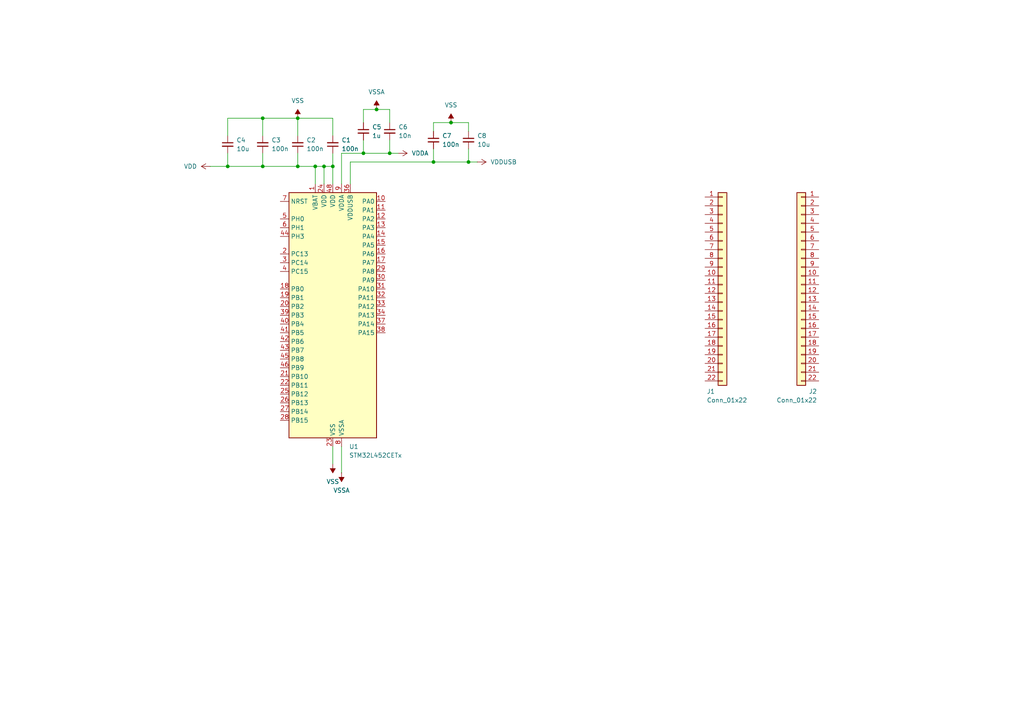
<source format=kicad_sch>
(kicad_sch (version 20231120) (generator "eeschema") (generator_version "8.0")
  (paper "A4")
  (lib_symbols
    (symbol "Connector_Generic:Conn_01x22" (pin_names (offset 1.016) hide)
      (property "Reference" "J" (at 0 27.94 0))
      (property "Value" "Conn_01x22" (at 0 -30.48 0))
      (symbol "Conn_01x22_1_1"
        (rectangle (start -1.27 -27.813) (end 0 -28.067) (stroke (width 0.1524)))
        (rectangle (start -1.27 -25.273) (end 0 -25.527) (stroke (width 0.1524)))
        (rectangle (start -1.27 -22.733) (end 0 -22.987) (stroke (width 0.1524)))
        (rectangle (start -1.27 -20.193) (end 0 -20.447) (stroke (width 0.1524)))
        (rectangle (start -1.27 -17.653) (end 0 -17.907) (stroke (width 0.1524)))
        (rectangle (start -1.27 -15.113) (end 0 -15.367) (stroke (width 0.1524)))
        (rectangle (start -1.27 -12.573) (end 0 -12.827) (stroke (width 0.1524)))
        (rectangle (start -1.27 -10.033) (end 0 -10.287) (stroke (width 0.1524)))
        (rectangle (start -1.27 -7.493) (end 0 -7.747) (stroke (width 0.1524)))
        (rectangle (start -1.27 -4.953) (end 0 -5.207) (stroke (width 0.1524)))
        (rectangle (start -1.27 -2.413) (end 0 -2.667) (stroke (width 0.1524)))
        (rectangle (start -1.27 0.127) (end 0 -0.127) (stroke (width 0.1524)))
        (rectangle (start -1.27 2.667) (end 0 2.413) (stroke (width 0.1524)))
        (rectangle (start -1.27 5.207) (end 0 4.953) (stroke (width 0.1524)))
        (rectangle (start -1.27 7.747) (end 0 7.493) (stroke (width 0.1524)))
        (rectangle (start -1.27 10.287) (end 0 10.033) (stroke (width 0.1524)))
        (rectangle (start -1.27 12.827) (end 0 12.573) (stroke (width 0.1524)))
        (rectangle (start -1.27 15.367) (end 0 15.113) (stroke (width 0.1524)))
        (rectangle (start -1.27 17.907) (end 0 17.653) (stroke (width 0.1524)))
        (rectangle (start -1.27 20.447) (end 0 20.193) (stroke (width 0.1524)))
        (rectangle (start -1.27 22.987) (end 0 22.733) (stroke (width 0.1524)))
        (rectangle (start -1.27 25.527) (end 0 25.273) (stroke (width 0.1524)))
        (rectangle (start -1.27 26.67) (end 1.27 -29.21) (stroke (width 0.254)) (fill (type background)))
        (pin passive line (at -5.08 25.4 0) (length 3.81) (name "Pin_1") (number "1"))
        (pin passive line (at -5.08 2.54 0) (length 3.81) (name "Pin_10") (number "10"))
        (pin passive line (at -5.08 0 0) (length 3.81) (name "Pin_11") (number "11"))
        (pin passive line (at -5.08 -2.54 0) (length 3.81) (name "Pin_12") (number "12"))
        (pin passive line (at -5.08 -5.08 0) (length 3.81) (name "Pin_13") (number "13"))
        (pin passive line (at -5.08 -7.62 0) (length 3.81) (name "Pin_14") (number "14"))
        (pin passive line (at -5.08 -10.16 0) (length 3.81) (name "Pin_15") (number "15"))
        (pin passive line (at -5.08 -12.7 0) (length 3.81) (name "Pin_16") (number "16"))
        (pin passive line (at -5.08 -15.24 0) (length 3.81) (name "Pin_17") (number "17"))
        (pin passive line (at -5.08 -17.78 0) (length 3.81) (name "Pin_18") (number "18"))
        (pin passive line (at -5.08 -20.32 0) (length 3.81) (name "Pin_19") (number "19"))
        (pin passive line (at -5.08 22.86 0) (length 3.81) (name "Pin_2") (number "2"))
        (pin passive line (at -5.08 -22.86 0) (length 3.81) (name "Pin_20") (number "20"))
        (pin passive line (at -5.08 -25.4 0) (length 3.81) (name "Pin_21") (number "21"))
        (pin passive line (at -5.08 -27.94 0) (length 3.81) (name "Pin_22") (number "22"))
        (pin passive line (at -5.08 20.32 0) (length 3.81) (name "Pin_3") (number "3"))
        (pin passive line (at -5.08 17.78 0) (length 3.81) (name "Pin_4") (number "4"))
        (pin passive line (at -5.08 15.24 0) (length 3.81) (name "Pin_5") (number "5"))
        (pin passive line (at -5.08 12.7 0) (length 3.81) (name "Pin_6") (number "6"))
        (pin passive line (at -5.08 10.16 0) (length 3.81) (name "Pin_7") (number "7"))
        (pin passive line (at -5.08 7.62 0) (length 3.81) (name "Pin_8") (number "8"))
        (pin passive line (at -5.08 5.08 0) (length 3.81) (name "Pin_9") (number "9"))
      )
    )
    (symbol "Device:C_Small" (pin_numbers hide) (pin_names (offset 0.254) hide)
      (property "Reference" "C" (at 0.254 1.778 0))
      (property "Value" "C_Small" (at 0.254 -2.032 0))
      (symbol "C_Small_0_1"
        (polyline (pts (xy -1.524 -0.508) (xy 1.524 -0.508)) (stroke (width 0.3302)))
        (polyline (pts (xy -1.524 0.508) (xy 1.524 0.508)) (stroke (width 0.3048)))
      )
      (symbol "C_Small_1_1"
        (pin passive line (at 0 2.54 270) (length 2.032) (name "~") (number "1"))
        (pin passive line (at 0 -2.54 90) (length 2.032) (name "~") (number "2"))
      )
    )
    (symbol "MCU_ST_STM32L4:STM32L452CETx"
      (property "Reference" "U" (at -12.7 36.83 0))
      (property "Value" "STM32L452CETx" (at 7.62 36.83 0))
      (symbol "STM32L452CETx_0_1"
        (rectangle (start -12.7 -35.56) (end 12.7 35.56) (stroke (width 0.254)) (fill (type background)))
      )
      (symbol "STM32L452CETx_1_1"
        (pin power_in line (at -5.08 38.1 270) (length 2.54) (name "VBAT") (number "1"))
        (pin bidirectional line (at 15.24 33.02 180) (length 2.54) (name "PA0") (number "10"))
        (pin bidirectional line (at 15.24 30.48 180) (length 2.54) (name "PA1") (number "11"))
        (pin bidirectional line (at 15.24 27.94 180) (length 2.54) (name "PA2") (number "12"))
        (pin bidirectional line (at 15.24 25.4 180) (length 2.54) (name "PA3") (number "13"))
        (pin bidirectional line (at 15.24 22.86 180) (length 2.54) (name "PA4") (number "14"))
        (pin bidirectional line (at 15.24 20.32 180) (length 2.54) (name "PA5") (number "15"))
        (pin bidirectional line (at 15.24 17.78 180) (length 2.54) (name "PA6") (number "16"))
        (pin bidirectional line (at 15.24 15.24 180) (length 2.54) (name "PA7") (number "17"))
        (pin bidirectional line (at -15.24 7.62 0) (length 2.54) (name "PB0") (number "18"))
        (pin bidirectional line (at -15.24 5.08 0) (length 2.54) (name "PB1") (number "19"))
        (pin bidirectional line (at -15.24 17.78 0) (length 2.54) (name "PC13") (number "2"))
        (pin bidirectional line (at -15.24 2.54 0) (length 2.54) (name "PB2") (number "20"))
        (pin bidirectional line (at -15.24 -17.78 0) (length 2.54) (name "PB10") (number "21"))
        (pin bidirectional line (at -15.24 -20.32 0) (length 2.54) (name "PB11") (number "22"))
        (pin power_in line (at 0 -38.1 90) (length 2.54) (name "VSS") (number "23"))
        (pin power_in line (at -2.54 38.1 270) (length 2.54) (name "VDD") (number "24"))
        (pin bidirectional line (at -15.24 -22.86 0) (length 2.54) (name "PB12") (number "25"))
        (pin bidirectional line (at -15.24 -25.4 0) (length 2.54) (name "PB13") (number "26"))
        (pin bidirectional line (at -15.24 -27.94 0) (length 2.54) (name "PB14") (number "27"))
        (pin bidirectional line (at -15.24 -30.48 0) (length 2.54) (name "PB15") (number "28"))
        (pin bidirectional line (at 15.24 12.7 180) (length 2.54) (name "PA8") (number "29"))
        (pin bidirectional line (at -15.24 15.24 0) (length 2.54) (name "PC14") (number "3"))
        (pin bidirectional line (at 15.24 10.16 180) (length 2.54) (name "PA9") (number "30"))
        (pin bidirectional line (at 15.24 7.62 180) (length 2.54) (name "PA10") (number "31"))
        (pin bidirectional line (at 15.24 5.08 180) (length 2.54) (name "PA11") (number "32"))
        (pin bidirectional line (at 15.24 2.54 180) (length 2.54) (name "PA12") (number "33"))
        (pin bidirectional line (at 15.24 0 180) (length 2.54) (name "PA13") (number "34"))
        (pin passive line (at 0 -38.1 90) (length 2.54) hide (name "VSS") (number "35"))
        (pin power_in line (at 5.08 38.1 270) (length 2.54) (name "VDDUSB") (number "36"))
        (pin bidirectional line (at 15.24 -2.54 180) (length 2.54) (name "PA14") (number "37"))
        (pin bidirectional line (at 15.24 -5.08 180) (length 2.54) (name "PA15") (number "38"))
        (pin bidirectional line (at -15.24 0 0) (length 2.54) (name "PB3") (number "39"))
        (pin bidirectional line (at -15.24 12.7 0) (length 2.54) (name "PC15") (number "4"))
        (pin bidirectional line (at -15.24 -2.54 0) (length 2.54) (name "PB4") (number "40"))
        (pin bidirectional line (at -15.24 -5.08 0) (length 2.54) (name "PB5") (number "41"))
        (pin bidirectional line (at -15.24 -7.62 0) (length 2.54) (name "PB6") (number "42"))
        (pin bidirectional line (at -15.24 -10.16 0) (length 2.54) (name "PB7") (number "43"))
        (pin bidirectional line (at -15.24 22.86 0) (length 2.54) (name "PH3") (number "44"))
        (pin bidirectional line (at -15.24 -12.7 0) (length 2.54) (name "PB8") (number "45"))
        (pin bidirectional line (at -15.24 -15.24 0) (length 2.54) (name "PB9") (number "46"))
        (pin passive line (at 0 -38.1 90) (length 2.54) hide (name "VSS") (number "47"))
        (pin power_in line (at 0 38.1 270) (length 2.54) (name "VDD") (number "48"))
        (pin bidirectional line (at -15.24 27.94 0) (length 2.54) (name "PH0") (number "5"))
        (pin bidirectional line (at -15.24 25.4 0) (length 2.54) (name "PH1") (number "6"))
        (pin input line (at -15.24 33.02 0) (length 2.54) (name "NRST") (number "7"))
        (pin power_in line (at 2.54 -38.1 90) (length 2.54) (name "VSSA") (number "8"))
        (pin power_in line (at 2.54 38.1 270) (length 2.54) (name "VDDA") (number "9"))
      )
    )
    (symbol "power:VDD" (power) (pin_numbers hide) (pin_names (offset 0) hide)
      (property "Value" "VDD" (at 0 3.556 0))
      (symbol "VDD_0_1"
        (polyline (pts (xy -0.762 1.27) (xy 0 2.54)))
        (polyline (pts (xy 0 0) (xy 0 2.54)))
        (polyline (pts (xy 0 2.54) (xy 0.762 1.27)))
      )
      (symbol "VDD_1_1"
        (pin power_in line (at 0 0 90) (length 0) (name "~") (number "1"))
      )
    )
    (symbol "power:VDDA" (power) (pin_numbers hide) (pin_names (offset 0) hide)
      (property "Value" "VDDA" (at 0 3.556 0))
      (symbol "VDDA_0_1"
        (polyline (pts (xy -0.762 1.27) (xy 0 2.54)))
        (polyline (pts (xy 0 0) (xy 0 2.54)))
        (polyline (pts (xy 0 2.54) (xy 0.762 1.27)))
      )
      (symbol "VDDA_1_1"
        (pin power_in line (at 0 0 90) (length 0) (name "~") (number "1"))
      )
    )
    (symbol "power:VSS" (power) (pin_numbers hide) (pin_names (offset 0) hide)
      (property "Value" "VSS" (at 0 3.556 0))
      (symbol "VSS_0_1"
        (polyline (pts (xy 0 0) (xy 0 2.54)))
        (polyline (pts (xy 0.762 1.27) (xy -0.762 1.27) (xy 0 2.54) (xy 0.762 1.27)) (fill (type outline)))
      )
      (symbol "VSS_1_1"
        (pin power_in line (at 0 0 90) (length 0) (name "~") (number "1"))
      )
    )
    (symbol "power:VSSA" (power) (pin_numbers hide) (pin_names (offset 0) hide)
      (property "Value" "VSSA" (at 0 3.556 0))
      (symbol "VSSA_0_1"
        (polyline (pts (xy 0 0) (xy 0 2.54)))
        (polyline (pts (xy 0.762 1.27) (xy -0.762 1.27) (xy 0 2.54) (xy 0.762 1.27)) (fill (type outline)))
      )
      (symbol "VSSA_1_1"
        (pin power_in line (at 0 0 90) (length 0) (name "~") (number "1"))
      )
    )
  )
  (junction (at 125.73 46.99))
  (junction (at 76.2 34.29))
  (junction (at 76.2 48.26))
  (junction (at 93.98 48.26))
  (junction (at 109.22 31.75))
  (junction (at 135.89 46.99))
  (junction (at 86.36 34.29))
  (junction (at 66.04 48.26))
  (junction (at 105.41 44.45))
  (junction (at 113.03 44.45))
  (junction (at 86.36 48.26))
  (junction (at 130.81 35.56))
  (junction (at 91.44 48.26))
  (junction (at 96.52 48.26))
  (wire (pts (xy 125.73 35.56) (xy 130.81 35.56)))
  (wire (pts (xy 66.04 39.37) (xy 66.04 34.29)))
  (wire (pts (xy 125.73 43.18) (xy 125.73 46.99)))
  (wire (pts (xy 86.36 44.45) (xy 86.36 48.26)))
  (wire (pts (xy 101.6 53.34) (xy 101.6 46.99)))
  (wire (pts (xy 135.89 38.1) (xy 135.89 35.56)))
  (wire (pts (xy 105.41 44.45) (xy 113.03 44.45)))
  (wire (pts (xy 76.2 39.37) (xy 76.2 34.29)))
  (wire (pts (xy 93.98 48.26) (xy 96.52 48.26)))
  (wire (pts (xy 99.06 44.45) (xy 105.41 44.45)))
  (wire (pts (xy 96.52 44.45) (xy 96.52 48.26)))
  (wire (pts (xy 91.44 48.26) (xy 86.36 48.26)))
  (wire (pts (xy 135.89 46.99) (xy 138.43 46.99)))
  (wire (pts (xy 96.52 48.26) (xy 96.52 53.34)))
  (wire (pts (xy 60.96 48.26) (xy 66.04 48.26)))
  (wire (pts (xy 93.98 53.34) (xy 93.98 48.26)))
  (wire (pts (xy 76.2 34.29) (xy 86.36 34.29)))
  (wire (pts (xy 96.52 34.29) (xy 86.36 34.29)))
  (wire (pts (xy 125.73 38.1) (xy 125.73 35.56)))
  (wire (pts (xy 135.89 43.18) (xy 135.89 46.99)))
  (wire (pts (xy 66.04 34.29) (xy 76.2 34.29)))
  (wire (pts (xy 113.03 35.56) (xy 113.03 31.75)))
  (wire (pts (xy 125.73 46.99) (xy 135.89 46.99)))
  (wire (pts (xy 113.03 31.75) (xy 109.22 31.75)))
  (wire (pts (xy 113.03 40.64) (xy 113.03 44.45)))
  (wire (pts (xy 96.52 129.54) (xy 96.52 134.62)))
  (wire (pts (xy 135.89 35.56) (xy 130.81 35.56)))
  (wire (pts (xy 93.98 48.26) (xy 91.44 48.26)))
  (wire (pts (xy 105.41 40.64) (xy 105.41 44.45)))
  (wire (pts (xy 99.06 53.34) (xy 99.06 44.45)))
  (wire (pts (xy 109.22 31.75) (xy 105.41 31.75)))
  (wire (pts (xy 113.03 44.45) (xy 115.57 44.45)))
  (wire (pts (xy 76.2 48.26) (xy 76.2 44.45)))
  (wire (pts (xy 96.52 39.37) (xy 96.52 34.29)))
  (wire (pts (xy 86.36 48.26) (xy 76.2 48.26)))
  (wire (pts (xy 76.2 48.26) (xy 66.04 48.26)))
  (wire (pts (xy 91.44 53.34) (xy 91.44 48.26)))
  (wire (pts (xy 86.36 34.29) (xy 86.36 39.37)))
  (wire (pts (xy 99.06 129.54) (xy 99.06 137.16)))
  (wire (pts (xy 101.6 46.99) (xy 125.73 46.99)))
  (wire (pts (xy 66.04 48.26) (xy 66.04 44.45)))
  (wire (pts (xy 105.41 31.75) (xy 105.41 35.56)))
  (symbol (lib_id "Connector_Generic:Conn_01x22") (at 209.55 82.55 0) (unit 1)
    (property "Reference" "J1" (at 204.978 113.538 0) (effects (justify left)))
    (property "Value" "Conn_01x22" (at 204.978 116.078 0) (effects (justify left)))
    (property "Description" "Generic connector, single row, 01x22, script generated (kicad-library-utils/schlib/autogen/connector/)" (effects (hide yes)))
  )
  (symbol (lib_id "Device:C_Small") (at 76.2 41.91 180) (unit 1)
    (property "Reference" "C3" (at 78.74 40.6335 0) (effects (justify right)))
    (property "Value" "100n" (at 78.74 43.1735 0) (effects (justify right)))
    (property "Footprint" "Capacitor_SMD:C_0402_1005Metric" (effects (hide yes)))
    (property "Description" "Unpolarized capacitor, small symbol" (effects (hide yes)))
  )
  (symbol (lib_id "Device:C_Small") (at 125.73 40.64 0) (unit 1)
    (property "Reference" "C7" (at 128.27 39.3762 0) (effects (justify left)))
    (property "Value" "100n" (at 128.27 41.9162 0) (effects (justify left)))
    (property "Footprint" "Capacitor_SMD:C_0402_1005Metric" (effects (hide yes)))
    (property "Description" "Unpolarized capacitor, small symbol" (effects (hide yes)))
  )
  (symbol (lib_id "Device:C_Small") (at 105.41 38.1 0) (unit 1)
    (property "Reference" "C5" (at 107.95 36.8362 0) (effects (justify left)))
    (property "Value" "1u" (at 107.95 39.3762 0) (effects (justify left)))
    (property "Footprint" "Capacitor_SMD:C_0402_1005Metric" (effects (hide yes)))
    (property "Description" "Unpolarized capacitor, small symbol" (effects (hide yes)))
  )
  (symbol (lib_id "Device:C_Small") (at 135.89 40.64 0) (unit 1)
    (property "Reference" "C8" (at 138.43 39.3762 0) (effects (justify left)))
    (property "Value" "10u" (at 138.43 41.9162 0) (effects (justify left)))
    (property "Footprint" "Capacitor_SMD:C_0402_1005Metric" (effects (hide yes)))
    (property "Description" "Unpolarized capacitor, small symbol" (effects (hide yes)))
  )
  (symbol (lib_id "Device:C_Small") (at 86.36 41.91 180) (unit 1)
    (property "Reference" "C2" (at 88.9 40.6335 0) (effects (justify right)))
    (property "Value" "100n" (at 88.9 43.1735 0) (effects (justify right)))
    (property "Footprint" "Capacitor_SMD:C_0402_1005Metric" (effects (hide yes)))
    (property "Description" "Unpolarized capacitor, small symbol" (effects (hide yes)))
  )
  (symbol (lib_id "power:VDDA") (at 115.57 44.45 270) (unit 1)
    (property "Reference" "#PWR05" (effects (hide yes)))
    (property "Value" "VDDA" (at 119.38 44.4499 90) (effects (justify left)))
    (property "Description" "Power symbol creates a global label with name \"VDDA\"" (effects (hide yes)))
  )
  (symbol (lib_id "Device:C_Small") (at 66.04 41.91 0) (unit 1)
    (property "Reference" "C4" (at 68.58 40.6462 0) (effects (justify left)))
    (property "Value" "10u" (at 68.58 43.1862 0) (effects (justify left)))
    (property "Footprint" "Capacitor_SMD:C_0402_1005Metric" (effects (hide yes)))
    (property "Description" "Unpolarized capacitor, small symbol" (effects (hide yes)))
  )
  (symbol (lib_id "Device:C_Small") (at 96.52 41.91 180) (unit 1)
    (property "Reference" "C1" (at 99.06 40.6335 0) (effects (justify right)))
    (property "Value" "100n" (at 99.06 43.1735 0) (effects (justify right)))
    (property "Footprint" "Capacitor_SMD:C_0402_1005Metric" (effects (hide yes)))
    (property "Description" "Unpolarized capacitor, small symbol" (effects (hide yes)))
  )
  (symbol (lib_id "power:VSSA") (at 99.06 137.16 180) (unit 1)
    (property "Reference" "#PWR04" (effects (hide yes)))
    (property "Value" "VSSA" (at 99.06 142.24 0))
    (property "Description" "Power symbol creates a global label with name \"VSSA\"" (effects (hide yes)))
  )
  (symbol (lib_id "power:VSSA") (at 109.22 31.75 0) (unit 1)
    (property "Reference" "#PWR06" (effects (hide yes)))
    (property "Value" "VSSA" (at 109.22 26.67 0))
    (property "Description" "Power symbol creates a global label with name \"VSSA\"" (effects (hide yes)))
  )
  (symbol (lib_id "power:VSS") (at 96.52 134.62 180) (unit 1)
    (property "Reference" "#PWR03" (effects (hide yes)))
    (property "Value" "VSS" (at 96.52 139.7 0))
    (property "Description" "Power symbol creates a global label with name \"VSS\"" (effects (hide yes)))
  )
  (symbol (lib_id "MCU_ST_STM32L4:STM32L452CETx") (at 96.52 91.44 0) (unit 1)
    (property "Reference" "U1" (at 101.2541 129.54 0) (effects (justify left)))
    (property "Value" "STM32L452CETx" (at 101.2541 132.08 0) (effects (justify left)))
    (property "Footprint" "Package_QFP:LQFP-48_7x7mm_P0.5mm" (effects (hide yes)))
    (property "Datasheet" "https://www.st.com/resource/en/datasheet/stm32l452ce.pdf" (effects (hide yes)))
    (property "Description" "STMicroelectronics Arm Cortex-M4 MCU, 512KB flash, 160KB RAM, 80 MHz, 1.71-3.6V, 38 GPIO, LQFP48" (effects (hide yes)))
  )
  (symbol (lib_id "Connector_Generic:Conn_01x22") (at 232.41 82.55 0) (mirror y) (unit 1)
    (property "Reference" "J2" (at 236.982 113.538 0) (effects (justify left)))
    (property "Value" "Conn_01x22" (at 236.982 116.078 0) (effects (justify left)))
    (property "Description" "Generic connector, single row, 01x22, script generated (kicad-library-utils/schlib/autogen/connector/)" (effects (hide yes)))
  )
  (symbol (lib_id "Device:C_Small") (at 113.03 38.1 0) (unit 1)
    (property "Reference" "C6" (at 115.57 36.8362 0) (effects (justify left)))
    (property "Value" "10n" (at 115.57 39.3762 0) (effects (justify left)))
    (property "Footprint" "Capacitor_SMD:C_0402_1005Metric" (effects (hide yes)))
    (property "Description" "Unpolarized capacitor, small symbol" (effects (hide yes)))
  )
  (symbol (lib_id "power:VDD") (at 138.43 46.99 270) (unit 1)
    (property "Reference" "#PWR07" (effects (hide yes)))
    (property "Value" "VDDUSB" (at 142.24 46.9899 90) (effects (justify left)))
    (property "Description" "Power symbol creates a global label with name \"VDD\"" (effects (hide yes)))
  )
  (symbol (lib_id "power:VSS") (at 86.36 34.29 0) (unit 1)
    (property "Reference" "#PWR02" (effects (hide yes)))
    (property "Value" "VSS" (at 86.36 29.21 0))
    (property "Description" "Power symbol creates a global label with name \"VSS\"" (effects (hide yes)))
  )
  (symbol (lib_id "power:VSS") (at 130.81 35.56 0) (unit 1)
    (property "Reference" "#PWR08" (effects (hide yes)))
    (property "Value" "VSS" (at 130.81 30.48 0))
    (property "Description" "Power symbol creates a global label with name \"VSS\"" (effects (hide yes)))
  )
  (symbol (lib_id "power:VDD") (at 60.96 48.26 90) (unit 1)
    (property "Reference" "#PWR01" (effects (hide yes)))
    (property "Value" "VDD" (at 57.15 48.2599 90) (effects (justify left)))
    (property "Description" "Power symbol creates a global label with name \"VDD\"" (effects (hide yes)))
  )
)
</source>
